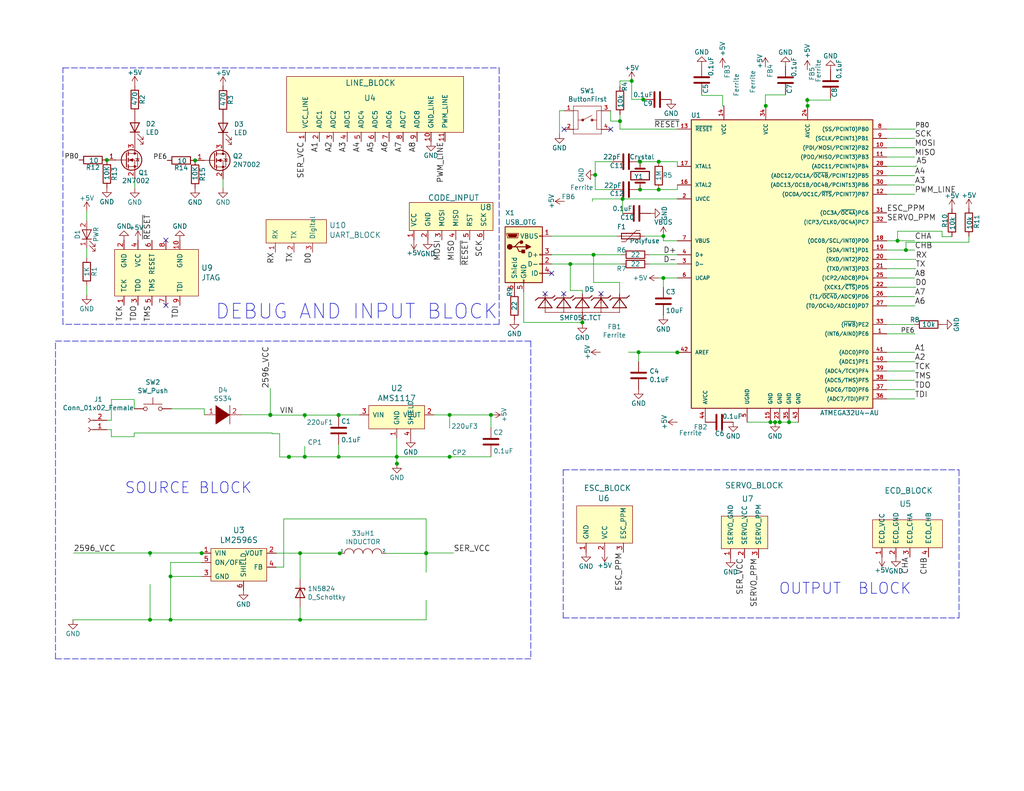
<source format=kicad_sch>
(kicad_sch (version 20211123) (generator eeschema)
  (paper "A")
  (title_block (title "Leonardo 324U") (date "2018-08-10") (rev "0.0") (company "www.MakersBox.us") (comment 1 "648.ken@gmail.com"))
  (junction (at 29.1592 43.688))
  (junction (at 55.0164 151.0284))
  (junction (at 92.4052 113.3348))
  (junction (at 83.1596 113.3348))
  (junction (at 73.7616 113.2332))
  (junction (at 172.3644 22.098))
  (junction (at 181.0004 64.4652))
  (junction (at 181.0004 75.8952))
  (junction (at 92.4052 113.284))
  (junction (at 175.514 27.178))
  (junction (at 53.2384 43.7896))
  (junction (at 169.164 33.0708))
  (junction (at 92.71 151.0792))
  (junction (at 116.2812 151.0792))
  (junction (at 83.1596 124.714))
  (junction (at 215.2904 115.2652))
  (junction (at 92.4052 124.714))
  (junction (at 81.8896 151.0284))
  (junction (at 212.7504 115.2652))
  (junction (at 247.1928 68.2752))
  (junction (at 210.2104 115.2652))
  (junction (at 174.6504 44.1452))
  (junction (at 108.3056 126.5936))
  (junction (at 161.9504 69.5452))
  (junction (at 116.2812 150.9776))
  (junction (at 179.7304 51.7652))
  (junction (at 78.8416 124.7648))
  (junction (at 133.9596 113.284))
  (junction (at 155.6004 72.0852))
  (junction (at 162.4076 47.752))
  (junction (at 179.7304 44.1452))
  (junction (at 108.2548 124.714))
  (junction (at 169.8752 54.3052))
  (junction (at 158.9024 88.0364))
  (junction (at 40.9448 169.2148))
  (junction (at 46.5328 157.3784))
  (junction (at 73.7616 113.3348))
  (junction (at 78.8416 124.714))
  (junction (at 174.6504 51.7652))
  (junction (at 184.8104 96.2152))
  (junction (at 174.244 96.1644))
  (junction (at 244.9068 65.7352))
  (junction (at 122.682 113.284))
  (junction (at 122.682 124.714))
  (junction (at 220.2688 27.3304))
  (junction (at 208.9404 28.9052))
  (junction (at 40.9448 150.9776))
  (junction (at 220.3704 28.9052))
  (junction (at 46.5328 169.2148))
  (junction (at 81.8896 169.2148))
  (junction (at 211.4804 115.2652))
  (no_connect (at 166.624 35.306))
  (no_connect (at 163.9824 80.2132))
  (no_connect (at 148.7424 80.2132))
  (no_connect (at 45.2628 65.5828))
  (no_connect (at 153.8224 80.2132))
  (no_connect (at 45.2628 83.3628))
  (no_connect (at 153.924 35.306))
  (no_connect (at 150.5204 74.6252))
  (wire (pts (xy 122.682 113.284) (xy 133.9596 113.284)))
  (wire (pts (xy 162.4076 47.752) (xy 162.4076 51.7652)))
  (wire (pts (xy 174.244 98.7044) (xy 174.244 96.1644)))
  (wire (pts (xy 179.7304 51.7652) (xy 184.8104 51.7652)))
  (wire (pts (xy 264.3632 64.516) (xy 264.3632 66.1416)))
  (wire (pts (xy 74.2188 118.2116) (xy 74.2188 118.4148)))
  (wire (pts (xy 40.9448 151.9428) (xy 40.9448 150.9776)))
  (wire (pts (xy 158.9024 88.0364) (xy 158.9024 88.3412)))
  (wire (pts (xy 73.7616 113.3348) (xy 83.1596 113.3348)))
  (wire (pts (xy 92.71 151.0284) (xy 92.71 151.0792)))
  (wire (pts (xy 181.0004 64.4652) (xy 175.9204 64.4652)))
  (wire (pts (xy 83.1596 124.714) (xy 78.8416 124.714)))
  (wire (pts (xy 155.6004 79.2988) (xy 158.9024 79.2988)))
  (wire (pts (xy 181.0004 75.8952) (xy 181.0004 78.4352)))
  (wire (pts (xy 23.6728 67.818) (xy 23.6728 70.358)))
  (wire (pts (xy 76.3016 124.7648) (xy 78.8416 124.7648)))
  (wire (pts (xy 241.9604 78.4352) (xy 249.7328 78.4352)))
  (wire (pts (xy 153.924 30.226) (xy 152.654 30.226)))
  (wire (pts (xy 36.6268 118.2116) (xy 36.6268 119.2276)))
  (wire (pts (xy 161.6456 54.3052) (xy 161.6456 54.9656)))
  (wire (pts (xy 241.9604 35.2552) (xy 249.682 35.2552)))
  (wire (pts (xy 152.654 30.226) (xy 152.654 36.576)))
  (wire (pts (xy 23.6728 77.978) (xy 23.6728 80.518)))
  (wire (pts (xy 241.9604 88.5952) (xy 249.5804 88.5952)))
  (wire (pts (xy 171.45 96.1644) (xy 174.244 96.1644)))
  (wire (pts (xy 98.0948 113.284) (xy 92.4052 113.284)))
  (wire (pts (xy 162.4076 51.7652) (xy 167.0304 51.7652)))
  (wire (pts (xy 108.2548 124.714) (xy 108.2548 126.5936)))
  (wire (pts (xy 244.9068 63.1444) (xy 244.9068 65.7352)))
  (wire (pts (xy 30.3784 117.2972) (xy 30.3784 119.2276)))
  (wire (pts (xy 241.9604 37.7952) (xy 249.5804 37.7952)))
  (wire (pts (xy 40.9448 169.2148) (xy 19.9136 169.2148)))
  (wire (pts (xy 226.6188 27.3304) (xy 226.6188 26.7208)))
  (polyline (pts (xy 144.8308 93.1164) (xy 144.8308 179.8828)))
  (wire (pts (xy 179.7304 75.8952) (xy 181.0004 75.8952)))
  (wire (pts (xy 211.4804 115.2652) (xy 212.7504 115.2652)))
  (wire (pts (xy 116.2812 169.2148) (xy 81.8896 169.2148)))
  (wire (pts (xy 74.2188 118.4148) (xy 76.3016 118.4148)))
  (wire (pts (xy 142.9004 79.7052) (xy 142.9004 88.0364)))
  (wire (pts (xy 244.9068 65.7352) (xy 249.5804 65.7352)))
  (wire (pts (xy 241.9604 96.2152) (xy 249.5804 96.2152)))
  (wire (pts (xy 76.3016 118.4148) (xy 76.3016 124.7648)))
  (polyline (pts (xy 144.8308 179.8828) (xy 15.1384 179.8828)))
  (wire (pts (xy 108.2548 124.714) (xy 122.682 124.714)))
  (wire (pts (xy 40.9448 159.5628) (xy 40.9448 169.2148)))
  (wire (pts (xy 220.2688 27.3304) (xy 226.6188 27.3304)))
  (wire (pts (xy 197.1548 26.0604) (xy 197.1548 28.9052)))
  (wire (pts (xy 105.41 151.0792) (xy 116.2812 151.0792)))
  (wire (pts (xy 162.4076 44.1452) (xy 162.4076 47.752)))
  (wire (pts (xy 174.244 96.1644) (xy 184.8104 96.1644)))
  (wire (pts (xy 259.7404 64.6176) (xy 257.048 64.6176)))
  (wire (pts (xy 77.4192 154.8384) (xy 77.4192 141.6812)))
  (wire (pts (xy 55.0164 153.5684) (xy 46.5328 153.5684)))
  (polyline (pts (xy 261.6708 128.27) (xy 261.6708 168.7068)))
  (wire (pts (xy 55.0164 150.9776) (xy 55.0164 151.0284)))
  (wire (pts (xy 249.7836 73.3552) (xy 249.7836 73.3044)))
  (wire (pts (xy 155.6004 72.0852) (xy 169.5704 72.0852)))
  (wire (pts (xy 116.2812 163.8808) (xy 116.2812 169.2148)))
  (wire (pts (xy 169.8752 54.3052) (xy 161.6456 54.3052)))
  (wire (pts (xy 249.5804 91.1352) (xy 249.5804 91.2368)))
  (wire (pts (xy 46.5328 169.2148) (xy 81.8896 169.2148)))
  (wire (pts (xy 46.5328 157.3784) (xy 46.5328 169.2148)))
  (wire (pts (xy 116.2812 141.6812) (xy 116.2812 150.9776)))
  (wire (pts (xy 83.1596 121.8692) (xy 83.1596 124.714)))
  (wire (pts (xy 174.6504 51.7652) (xy 179.7304 51.7652)))
  (wire (pts (xy 30.3784 119.2276) (xy 36.6268 119.2276)))
  (wire (pts (xy 241.9604 50.4952) (xy 249.5804 50.4952)))
  (wire (pts (xy 241.9604 70.8152) (xy 249.8344 70.8152)))
  (wire (pts (xy 36.6268 109.0676) (xy 36.6268 111.6076)))
  (wire (pts (xy 83.1596 124.714) (xy 92.4052 124.714)))
  (wire (pts (xy 158.9024 79.2988) (xy 158.9024 80.2132)))
  (wire (pts (xy 169.164 35.2552) (xy 184.8104 35.2552)))
  (wire (pts (xy 122.682 113.284) (xy 122.682 116.8908)))
  (wire (pts (xy 166.624 30.226) (xy 166.624 33.0708)))
  (wire (pts (xy 241.9604 80.9752) (xy 249.5804 80.9752)))
  (wire (pts (xy 241.9604 108.9152) (xy 249.5804 108.9152)))
  (wire (pts (xy 133.9596 124.714) (xy 122.682 124.714)))
  (polyline (pts (xy 153.67 128.27) (xy 261.6708 128.27)))
  (wire (pts (xy 241.9604 42.8752) (xy 249.5804 42.8752)))
  (polyline (pts (xy 17.1704 88.5444) (xy 17.1704 18.542)))
  (wire (pts (xy 257.048 64.6176) (xy 257.048 63.1444)))
  (wire (pts (xy 116.2812 151.0792) (xy 116.2812 156.2608)))
  (polyline (pts (xy 136.1948 88.5444) (xy 17.1704 88.5444)))
  (wire (pts (xy 46.5328 153.5684) (xy 46.5328 157.3784)))
  (wire (pts (xy 241.9604 47.9552) (xy 249.5804 47.9552)))
  (wire (pts (xy 169.8752 58.2676) (xy 169.8752 54.3052)))
  (wire (pts (xy 181.0004 65.7352) (xy 181.0004 64.4652)))
  (wire (pts (xy 55.0164 157.3784) (xy 46.5328 157.3784)))
  (wire (pts (xy 36.7792 51.4096) (xy 36.7792 48.768)))
  (wire (pts (xy 175.514 27.1272) (xy 175.514 27.178)))
  (wire (pts (xy 73.7616 106.0196) (xy 73.7616 113.2332)))
  (wire (pts (xy 172.3644 22.098) (xy 172.3644 27.1272)))
  (wire (pts (xy 212.7504 115.2652) (xy 215.2904 115.2652)))
  (wire (pts (xy 161.9504 77.1144) (xy 161.9504 69.5452)))
  (wire (pts (xy 133.9596 113.284) (xy 133.9596 116.7892)))
  (wire (pts (xy 92.4052 113.284) (xy 92.4052 113.3348)))
  (wire (pts (xy 108.2548 126.5936) (xy 108.3056 126.5936)))
  (wire (pts (xy 241.9604 98.7552) (xy 249.5804 98.7552)))
  (wire (pts (xy 241.9604 68.2752) (xy 247.1928 68.2752)))
  (wire (pts (xy 241.9604 73.3552) (xy 249.7836 73.3552)))
  (wire (pts (xy 92.4052 124.714) (xy 92.4052 121.3612)))
  (wire (pts (xy 215.2904 115.2652) (xy 217.8304 115.2652)))
  (wire (pts (xy 116.2812 150.9776) (xy 116.2812 151.0792)))
  (wire (pts (xy 203.8604 115.2652) (xy 210.2104 115.2652)))
  (wire (pts (xy 174.6504 44.1452) (xy 179.7304 44.1452)))
  (wire (pts (xy 133.9596 124.4092) (xy 133.9596 124.714)))
  (wire (pts (xy 30.3784 117.2972) (xy 29.1592 117.2972)))
  (wire (pts (xy 81.8896 151.0284) (xy 92.71 151.0284)))
  (wire (pts (xy 78.8416 124.7648) (xy 78.8416 124.714)))
  (wire (pts (xy 77.4192 141.6812) (xy 116.2812 141.6812)))
  (wire (pts (xy 184.8104 54.3052) (xy 169.8752 54.3052)))
  (wire (pts (xy 150.5204 64.4652) (xy 168.3004 64.4652)))
  (wire (pts (xy 46.5328 169.2148) (xy 40.9448 169.2148)))
  (polyline (pts (xy 153.67 168.7068) (xy 261.6708 168.7068)))
  (wire (pts (xy 197.1548 26.0604) (xy 191.4652 26.0604)))
  (wire (pts (xy 46.7868 111.6076) (xy 55.7276 111.6076)))
  (wire (pts (xy 60.8584 48.8696) (xy 60.8584 51.4096)))
  (wire (pts (xy 81.8896 169.2148) (xy 81.8896 165.7096)))
  (wire (pts (xy 184.8104 51.7652) (xy 184.8104 50.4952)))
  (wire (pts (xy 23.6728 57.658) (xy 23.6728 60.198)))
  (wire (pts (xy 241.9604 91.1352) (xy 249.5804 91.1352)))
  (wire (pts (xy 40.9448 150.9776) (xy 55.0164 150.9776)))
  (wire (pts (xy 249.7328 78.4352) (xy 249.7328 78.3336)))
  (wire (pts (xy 184.8104 96.1644) (xy 184.8104 96.2152)))
  (wire (pts (xy 179.7304 44.1452) (xy 184.8104 44.1452)))
  (wire (pts (xy 166.624 33.0708) (xy 169.164 33.0708)))
  (wire (pts (xy 197.1548 28.9052) (xy 197.5104 28.9052)))
  (wire (pts (xy 150.5204 72.0852) (xy 155.6004 72.0852)))
  (wire (pts (xy 118.4148 113.284) (xy 122.682 113.284)))
  (wire (pts (xy 36.6268 118.2116) (xy 74.2188 118.2116)))
  (wire (pts (xy 65.8876 113.2332) (xy 73.7616 113.2332)))
  (wire (pts (xy 184.8104 44.1452) (xy 184.8104 45.4152)))
  (wire (pts (xy 92.4052 113.3348) (xy 92.4052 113.7412)))
  (wire (pts (xy 241.9604 75.8952) (xy 249.5804 75.8952)))
  (wire (pts (xy 30.3784 109.0676) (xy 36.6268 109.0676)))
  (wire (pts (xy 142.9004 88.0364) (xy 158.9024 88.0364)))
  (polyline (pts (xy 17.1704 18.542) (xy 136.1948 18.542)))
  (polyline (pts (xy 15.1384 93.1164) (xy 144.8308 93.1164)))
  (wire (pts (xy 249.8344 70.8152) (xy 249.8344 70.866)))
  (wire (pts (xy 247.1928 66.1416) (xy 247.1928 68.2752)))
  (wire (pts (xy 208.8388 25.908) (xy 214.3252 25.908)))
  (wire (pts (xy 241.9604 103.8352) (xy 249.5804 103.8352)))
  (wire (pts (xy 241.9604 101.2952) (xy 249.5804 101.2952)))
  (wire (pts (xy 123.7488 150.9776) (xy 116.2812 150.9776)))
  (wire (pts (xy 75.3364 151.0284) (xy 81.8896 151.0284)))
  (wire (pts (xy 169.164 31.242) (xy 169.164 33.0708)))
  (wire (pts (xy 108.2548 119.634) (xy 108.2548 124.714)))
  (wire (pts (xy 155.6004 79.2988) (xy 155.6004 72.0852)))
  (wire (pts (xy 210.2104 115.2652) (xy 211.4804 115.2652)))
  (wire (pts (xy 249.9868 45.4152) (xy 249.9868 45.1104)))
  (wire (pts (xy 264.3632 66.1416) (xy 247.1928 66.1416)))
  (wire (pts (xy 249.682 35.2552) (xy 249.682 35.2044)))
  (wire (pts (xy 220.2688 26.67) (xy 220.2688 27.3304)))
  (polyline (pts (xy 15.1384 179.8828) (xy 15.1384 93.1164)))
  (wire (pts (xy 55.7276 111.6076) (xy 55.7276 113.2332)))
  (wire (pts (xy 169.0624 77.1144) (xy 169.0624 80.2132)))
  (wire (pts (xy 249.5804 83.5152) (xy 249.5804 83.4644)))
  (wire (pts (xy 150.5204 69.5452) (xy 161.9504 69.5452)))
  (wire (pts (xy 208.8388 28.9052) (xy 208.9404 28.9052)))
  (wire (pts (xy 241.9604 83.5152) (xy 249.5804 83.5152)))
  (wire (pts (xy 167.0304 44.1452) (xy 162.4076 44.1452)))
  (wire (pts (xy 172.3644 22.098) (xy 169.164 22.098)))
  (wire (pts (xy 30.3784 109.0676) (xy 30.3784 114.7572)))
  (wire (pts (xy 191.4652 26.0604) (xy 191.4652 25.654)))
  (wire (pts (xy 181.0004 75.8952) (xy 184.8104 75.8952)))
  (wire (pts (xy 161.9504 77.1144) (xy 169.0624 77.1144)))
  (wire (pts (xy 73.7616 113.2332) (xy 73.7616 113.3348)))
  (wire (pts (xy 83.1596 113.3348) (xy 83.1596 114.2492)))
  (polyline (pts (xy 136.1948 18.542) (xy 136.1948 88.5444)))
  (wire (pts (xy 122.682 124.714) (xy 122.682 124.5108)))
  (wire (pts (xy 169.164 22.098) (xy 169.164 23.622)))
  (wire (pts (xy 75.3364 154.8384) (xy 77.4192 154.8384)))
  (wire (pts (xy 184.8104 72.0852) (xy 177.1904 72.0852)))
  (wire (pts (xy 184.8104 69.5452) (xy 177.1904 69.5452)))
  (wire (pts (xy 247.1928 68.2752) (xy 249.5804 68.2752)))
  (wire (pts (xy 241.9604 53.0352) (xy 249.5804 53.0352)))
  (wire (pts (xy 241.9604 65.7352) (xy 244.9068 65.7352)))
  (wire (pts (xy 172.3644 27.1272) (xy 175.514 27.1272)))
  (wire (pts (xy 181.0004 65.7352) (xy 184.8104 65.7352)))
  (polyline (pts (xy 153.67 128.27) (xy 153.67 168.7068)))
  (wire (pts (xy 214.3252 25.908) (xy 214.3252 25.7048)))
  (wire (pts (xy 241.9604 40.3352) (xy 249.5804 40.3352)))
  (wire (pts (xy 257.048 63.1444) (xy 244.9068 63.1444)))
  (wire (pts (xy 20.066 150.9776) (xy 40.9448 150.9776)))
  (wire (pts (xy 241.9604 45.4152) (xy 249.9868 45.4152)))
  (wire (pts (xy 30.3784 114.7572) (xy 29.1592 114.7572)))
  (wire (pts (xy 169.164 33.0708) (xy 169.164 35.2552)))
  (wire (pts (xy 158.9024 87.8332) (xy 158.9024 88.0364)))
  (wire (pts (xy 241.9604 106.3752) (xy 249.5804 106.3752)))
  (wire (pts (xy 208.8388 25.908) (xy 208.8388 28.9052)))
  (wire (pts (xy 92.4052 124.714) (xy 108.2548 124.714)))
  (wire (pts (xy 220.2688 28.9052) (xy 220.3704 28.9052)))
  (wire (pts (xy 83.1596 113.3348) (xy 92.4052 113.3348)))
  (wire (pts (xy 81.8896 151.0284) (xy 81.8896 158.0896)))
  (wire (pts (xy 220.2688 27.3304) (xy 220.2688 28.9052)))
  (wire (pts (xy 161.9504 69.5452) (xy 169.5704 69.5452)))
  (text "OUTPUT  BLOCK\n" (at 212.4456 162.6108 0) (effects (font (size 2.9972 2.9972)) (justify left bottom)))
  (text "SOURCE BLOCK\n" (at 33.9852 135.128 0) (effects (font (size 2.9972 2.9972)) (justify left bottom)))
  (text "DEBUG AND INPUT BLOCK\n\n" (at 58.674 93.98 0) (effects (font (size 3.9878 3.9878)) (justify left bottom)))
  (label "CHA" (at 249.5804 65.7352 0) (effects (font (size 1.524 1.524))))
  (label "D0" (at 85.2932 68.8848 270) (effects (font (size 1.4986 1.4986))))
  (label "PE6" (at 45.6184 43.7896 180))
  (label "TDI" (at 49.0728 83.3628 270) (effects (font (size 1.4986 1.4986))))
  (label "SERVO_PPM" (at 241.9604 60.6552 0) (effects (font (size 1.524 1.524))))
  (label "A7" (at 109.982 38.6588 270) (effects (font (size 1.524 1.524))))
  (label "MOSI" (at 249.5804 40.3352 0) (effects (font (size 1.524 1.524))))
  (label "TCK" (at 33.8328 83.3628 270) (effects (font (size 1.4986 1.4986))))
  (label "ESC_PPM" (at 241.9604 58.1152 0) (effects (font (size 1.524 1.524))))
  (label "PWM_LINE" (at 121.412 38.6588 270) (effects (font (size 1.524 1.524))))
  (label "A8" (at 113.792 38.6588 270) (effects (font (size 1.524 1.524))))
  (label "SER_VCC" (at 83.312 38.6588 270) (effects (font (size 1.524 1.524))))
  (label "A5" (at 249.9868 45.1104 0) (effects (font (size 1.524 1.524))))
  (label "A3" (at 94.742 38.6588 270) (effects (font (size 1.524 1.524))))
  (label "D0" (at 249.7328 78.3336 0) (effects (font (size 1.4986 1.4986))))
  (label "PB0" (at 249.682 35.2044 0))
  (label "~{RESET}" (at 128.1684 65.4812 270) (effects (font (size 1.524 1.524))))
  (label "A5" (at 102.362 38.6588 270) (effects (font (size 1.524 1.524))))
  (label "SER_VCC" (at 203.1492 152.3492 270) (effects (font (size 1.524 1.524))))
  (label "TMS" (at 41.4528 83.3628 270) (effects (font (size 1.4986 1.4986))))
  (label "A1" (at 87.122 38.6588 270) (effects (font (size 1.524 1.524))))
  (label "D-" (at 181.0004 72.0852 0) (effects (font (size 1.524 1.524))))
  (label "RX" (at 75.1332 68.8848 270) (effects (font (size 1.4986 1.4986))))
  (label "TX" (at 80.2132 68.8848 270) (effects (font (size 1.4986 1.4986))))
  (label "CHB" (at 253.3396 152.0952 270) (effects (font (size 1.524 1.524))))
  (label "A3" (at 249.5804 50.4952 0) (effects (font (size 1.524 1.524))))
  (label "A7" (at 249.5804 80.9752 0) (effects (font (size 1.524 1.524))))
  (label "TMS" (at 249.5804 103.8352 0) (effects (font (size 1.4986 1.4986))))
  (label "CHB" (at 249.5804 68.2752 0) (effects (font (size 1.524 1.524))))
  (label "PB0" (at 21.5392 43.688 180))
  (label "SCK" (at 131.9784 65.4812 270) (effects (font (size 1.524 1.524))))
  (label "A4" (at 249.5804 47.9552 0) (effects (font (size 1.524 1.524))))
  (label "2596_VCC" (at 73.7616 106.0196 90) (effects (font (size 1.524 1.524))))
  (label "2596_VCC" (at 20.066 150.9776 0) (effects (font (size 1.524 1.524))))
  (label "SER_VCC" (at 123.7488 150.9776 0) (effects (font (size 1.524 1.524))))
  (label "MISO" (at 249.5804 42.8752 0) (effects (font (size 1.524 1.524))))
  (label "A2" (at 249.5804 98.7552 0) (effects (font (size 1.524 1.524))))
  (label "CHA" (at 248.2596 152.0952 270) (effects (font (size 1.524 1.524))))
  (label "~{RESET}" (at 41.4528 65.5828 90) (effects (font (size 1.524 1.524))))
  (label "A8" (at 249.5804 75.8952 0) (effects (font (size 1.524 1.524))))
  (label "MISO" (at 124.3584 65.4812 270) (effects (font (size 1.524 1.524))))
  (label "VIN" (at 76.3016 113.3348 0) (effects (font (size 1.524 1.524))))
  (label "D+" (at 181.0004 69.5452 0) (effects (font (size 1.524 1.524))))
  (label "A6" (at 249.5804 83.4644 0) (effects (font (size 1.524 1.524))))
  (label "PWM_LINE" (at 249.5804 53.0352 0) (effects (font (size 1.524 1.524))))
  (label "ESC_PPM" (at 170.0784 150.8252 270) (effects (font (size 1.524 1.524))))
  (label "PE6" (at 249.5804 91.2368 180))
  (label "A4" (at 98.552 38.6588 270) (effects (font (size 1.524 1.524))))
  (label "SERVO_PPM" (at 206.9592 152.3492 270) (effects (font (size 1.524 1.524))))
  (label "MOSI" (at 120.5484 65.4812 270) (effects (font (size 1.524 1.524))))
  (label "A6" (at 106.172 38.6588 270) (effects (font (size 1.524 1.524) italic)))
  (label "RX" (at 249.8344 70.866 0) (effects (font (size 1.4986 1.4986))))
  (label "A1" (at 249.5804 96.2152 0) (effects (font (size 1.524 1.524))))
  (label "A2" (at 90.932 38.6588 270) (effects (font (size 1.524 1.524))))
  (label "TCK" (at 249.5804 101.2952 0) (effects (font (size 1.4986 1.4986))))
  (label "TX" (at 249.7836 73.3044 0) (effects (font (size 1.4986 1.4986))))
  (label "SCK" (at 249.5804 37.7952 0) (effects (font (size 1.524 1.524))))
  (label "~{RESET}" (at 178.4604 35.2552 0) (effects (font (size 1.524 1.524))))
  (label "TDI" (at 249.5804 108.9152 0) (effects (font (size 1.4986 1.4986))))
  (label "TDO" (at 37.6428 83.3628 270) (effects (font (size 1.4986 1.4986))))
  (label "TDO" (at 249.5804 106.3752 0) (effects (font (size 1.4986 1.4986))))
  (symbol (lib_id "project-rescue:ATMEGA32U4-AU-project") (at 214.0204 74.6252 0) (unit 1)
    (property "Reference" "U1" (at 189.8904 31.4452 0))
    (property "Value" "ATMEGA32U4-AU" (at 231.8004 112.7252 0))
    (property "Footprint" "footprints:TQFP-44_10x10mm_Pitch0.8mm" (effects hide))
  )
  (symbol (lib_id "project-rescue:GND-project") (at 211.4804 115.2652 0) (unit 1)
    (property "Reference" "#PWR05" (effects hide))
    (property "Value" "GND" (at 211.4804 119.0752 0))
  )
  (symbol (lib_id "project-rescue:C-project") (at 181.0004 82.2452 0) (unit 1)
    (property "Reference" "C3" (at 181.6354 79.7052 0) (effects (justify left)))
    (property "Value" "10uF" (at 181.6354 84.7852 0) (effects (justify left)))
    (property "Footprint" "Capacitor_SMD:C_0805_2012Metric" (effects hide))
  )
  (symbol (lib_id "project-rescue:GND-project") (at 181.0004 86.0552 0) (unit 1)
    (property "Reference" "#PWR06" (effects hide))
    (property "Value" "GND" (at 181.0004 89.8652 0))
  )
  (symbol (lib_id "project-rescue:GND-project") (at 162.4076 47.752 270) (unit 1)
    (property "Reference" "#PWR07" (effects hide))
    (property "Value" "GND" (at 158.5976 47.752 0))
  )
  (symbol (lib_id "project-rescue:VBUS-project") (at 181.0004 64.4652 0) (unit 1)
    (property "Reference" "#PWR08" (effects hide))
    (property "Value" "VBUS" (at 181.0004 60.6552 0))
  )
  (symbol (lib_id "project-rescue:USB_OTG-project") (at 142.9004 69.5452 0) (unit 1)
    (property "Reference" "X1" (at 137.8204 58.1152 0) (effects (justify left)))
    (property "Value" "USB_OTG" (at 137.8204 60.6552 0) (effects (justify left)))
    (property "Footprint" "footprints:USB_Micro-B_Molex-105017-0001" (effects hide))
  )
  (symbol (lib_id "project-rescue:R-project") (at 173.3804 69.5452 270) (unit 1)
    (property "Reference" "R6" (at 169.5704 68.2752 90))
    (property "Value" "22" (at 173.3804 69.5452 90))
    (property "Footprint" "Resistor_SMD:R_0805_2012Metric" (effects hide))
  )
  (symbol (lib_id "project-rescue:R-project") (at 173.3804 72.0852 270) (unit 1)
    (property "Reference" "R7" (at 169.5704 73.3552 90))
    (property "Value" "22" (at 173.3804 72.0852 90))
    (property "Footprint" "Resistor_SMD:R_0805_2012Metric" (effects hide))
  )
  (symbol (lib_id "project-rescue:GND-project") (at 140.3604 87.3252 0) (unit 1)
    (property "Reference" "#PWR09" (effects hide))
    (property "Value" "GND" (at 140.3604 91.1352 0))
  )
  (symbol (lib_id "project-rescue:GND-project") (at 152.654 36.576 0) (unit 1)
    (property "Reference" "#PWR011" (effects hide))
    (property "Value" "GND" (at 152.654 40.386 0))
  )
  (symbol (lib_id "project-rescue:Polyfuse-project") (at 172.1104 64.4652 270) (unit 1)
    (property "Reference" "F1" (at 169.5704 61.9252 90))
    (property "Value" "Polyfuse" (at 175.9204 65.7352 90))
    (property "Footprint" "footprints:FerriteBead" (effects hide))
  )
  (symbol (lib_id "project-rescue:C-project") (at 92.4052 117.5512 0) (unit 1)
    (property "Reference" "C1" (at 93.0402 115.0112 0) (effects (justify left)))
    (property "Value" "0.1uF" (at 93.0402 120.0912 0) (effects (justify left)))
    (property "Footprint" "Capacitor_SMD:C_0805_2012Metric" (effects hide))
  )
  (symbol (lib_id "project-rescue:C-project") (at 133.9596 120.5992 0) (unit 1)
    (property "Reference" "C2" (at 134.5946 118.0592 0) (effects (justify left)))
    (property "Value" "0.1uF" (at 134.5946 123.1392 0) (effects (justify left)))
    (property "Footprint" "Capacitor_SMD:C_0805_2012Metric" (effects hide))
  )
  (symbol (lib_id "project-rescue:GND-project") (at 108.3056 126.5936 0) (unit 1)
    (property "Reference" "#PWR015" (effects hide))
    (property "Value" "GND" (at 108.3056 130.4036 0))
  )
  (symbol (lib_id "project-rescue:+5V-project") (at 133.9596 113.284 270) (unit 1)
    (property "Reference" "#PWR018" (effects hide))
    (property "Value" "+5V" (at 137.5156 113.284 0))
  )
  (symbol (lib_id "project-rescue:+5V-project") (at 179.7304 75.8952 90) (unit 1)
    (property "Reference" "#PWR030" (effects hide))
    (property "Value" "+5V" (at 174.6504 75.8952 90))
  )
  (symbol (lib_id "project-rescue:LED-project") (at 23.6728 64.008 90) (unit 1)
    (property "Reference" "D1" (at 21.1328 64.008 0))
    (property "Value" "PWR" (at 26.2128 64.008 0))
    (property "Footprint" "LED_SMD:LED_0805_2012Metric" (effects hide))
  )
  (symbol (lib_id "project-rescue:R-project") (at 23.6728 74.168 0) (unit 1)
    (property "Reference" "R1" (at 25.7048 74.168 90))
    (property "Value" "1K" (at 23.6728 74.168 90))
    (property "Footprint" "Resistor_SMD:R_0805_2012Metric" (effects hide))
  )
  (symbol (lib_id "project-rescue:GND-project") (at 23.6728 80.518 0) (unit 1)
    (property "Reference" "#PWR038" (effects hide))
    (property "Value" "GND" (at 23.6728 84.328 0))
  )
  (symbol (lib_id "project-rescue:+5V-project") (at 23.6728 57.658 0) (unit 1)
    (property "Reference" "#PWR039" (effects hide))
    (property "Value" "+5V" (at 23.6728 54.102 0))
  )
  (symbol (lib_id "project-rescue:R-project") (at 179.7304 47.9552 180) (unit 1)
    (property "Reference" "R5" (at 182.118 47.8536 0))
    (property "Value" "1M" (at 179.7304 47.9552 90))
    (property "Footprint" "Resistor_SMD:R_0805_2012Metric" (effects hide))
  )
  (symbol (lib_id "project-rescue:GND-project") (at 19.9136 169.2148 0) (unit 1)
    (property "Reference" "#PWR0105" (effects hide))
    (property "Value" "GND" (at 19.9136 173.0248 0))
  )
  (symbol (lib_id "project-rescue:GND-project") (at 199.3392 152.3492 0) (unit 1)
    (property "Reference" "#PWR0106" (effects hide))
    (property "Value" "GND" (at 199.3392 156.1592 0))
  )
  (symbol (lib_id "project-rescue:GND-project") (at 117.602 38.6588 0) (unit 1)
    (property "Reference" "#PWR0131" (effects hide))
    (property "Value" "GND" (at 117.602 42.4688 0))
  )
  (symbol (lib_id "Device:LED") (at 36.7792 34.798 90) (unit 1)
    (property "Reference" "D2" (at 39.751 33.8074 90) (effects (justify right)))
    (property "Value" "LED" (at 39.751 36.1188 90) (effects (justify right)))
    (property "Footprint" "LED_SMD:LED_0805_2012Metric" (effects hide))
  )
  (symbol (lib_id "project-rescue:LINE_BLOCK-project") (at 101.092 32.3088 0) (unit 1)
    (property "Reference" "U4" (at 100.9396 26.7716 0) (effects (font (size 1.524 1.524))))
    (property "Value" "LINE_BLOCK" (at 101.092 22.6314 0) (effects (font (size 1.524 1.524))))
    (property "Footprint" "Connector_PinHeader_2.54mm:PinHeader_1x11_P2.54mm_Horizontal" (effects hide))
  )
  (symbol (lib_id "project-rescue:ECD_BLOCK-project") (at 248.2596 145.7452 0) (unit 1)
    (property "Reference" "U5" (at 245.364 137.5664 0) (effects (font (size 1.524 1.524)) (justify left)))
    (property "Value" "ECD_BLOCK" (at 241.3 133.9596 0) (effects (font (size 1.524 1.524)) (justify left)))
    (property "Footprint" "TerminalBlock:TerminalBlock_bornier-4_P5.08mm" (effects hide))
  )
  (symbol (lib_id "Device:Ferrite_Bead") (at 167.64 96.1644 270) (unit 1)
    (property "Reference" "FB1" (at 167.64 89.2048 90))
    (property "Value" "Ferrite" (at 167.64 91.5162 90))
    (property "Footprint" "footprints:FerriteBead" (effects hide))
  )
  (symbol (lib_id "Device:C") (at 174.244 102.5144 0) (unit 1)
    (property "Reference" "C4" (at 177.165 101.346 0) (effects (justify left)))
    (property "Value" "0.1uF" (at 177.165 103.6574 0) (effects (justify left)))
    (property "Footprint" "Capacitor_SMD:C_0805_2012Metric" (effects hide))
  )
  (symbol (lib_id "project-rescue:R-project") (at 36.7792 27.178 0) (unit 1)
    (property "Reference" "R2" (at 38.8112 27.178 90))
    (property "Value" "470" (at 36.7792 26.924 90))
    (property "Footprint" "Resistor_SMD:R_0805_2012Metric" (effects hide))
  )
  (symbol (lib_id "project-rescue:R-project") (at 60.8584 27.2796 0) (unit 1)
    (property "Reference" "R3" (at 62.8904 27.2796 90))
    (property "Value" "470" (at 60.9092 27.0764 90))
    (property "Footprint" "Resistor_SMD:R_0805_2012Metric" (effects hide))
  )
  (symbol (lib_id "project-rescue:GND-project") (at 36.7792 51.4096 0) (unit 1)
    (property "Reference" "#PWR0111" (effects hide))
    (property "Value" "GND" (at 36.7792 55.2196 0))
  )
  (symbol (lib_id "project-rescue:LM2596S-project") (at 65.1764 153.5684 0) (unit 1)
    (property "Reference" "U3" (at 65.1764 144.7546 0) (effects (font (size 1.524 1.524))))
    (property "Value" "LM2596S" (at 65.1764 147.447 0) (effects (font (size 1.524 1.524))))
    (property "Footprint" "footprints:LM2596S-5V" (effects hide))
  )
  (symbol (lib_id "project-rescue:GND-project") (at 53.2384 51.4096 0) (unit 1)
    (property "Reference" "#PWR0107" (effects hide))
    (property "Value" "GND" (at 53.2384 55.2196 0))
  )
  (symbol (lib_id "Device:CP1") (at 40.9448 155.7528 0) (unit 1)
    (property "Reference" "1000uF1" (at 41.2496 152.4508 0) (effects (justify left)))
    (property "Value" "CP3" (at 42.5196 155.956 0) (effects (justify left)))
    (property "Footprint" "Capacitor_SMD:CP_Elec_10x10.5" (effects hide))
  )
  (symbol (lib_id "project-rescue:SERVO_BLOCK-project") (at 203.1492 143.4592 0) (unit 1)
    (property "Reference" "U7" (at 202.3364 136.1948 0) (effects (font (size 1.524 1.524)) (justify left)))
    (property "Value" "SERVO_BLOCK" (at 197.7644 132.5372 0) (effects (font (size 1.524 1.524)) (justify left)))
    (property "Footprint" "TerminalBlock:TerminalBlock_bornier-3_P5.08mm" (effects hide))
  )
  (symbol (lib_id "project-rescue:ESC_BLOCK-project") (at 163.7284 143.2052 0) (unit 1)
    (property "Reference" "U6" (at 163.1188 136.0424 0) (effects (font (size 1.4986 1.4986)) (justify left)))
    (property "Value" "ESC_BLOCK" (at 159.258 133.2484 0) (effects (font (size 1.4986 1.4986)) (justify left)))
    (property "Footprint" "TerminalBlock:TerminalBlock_bornier-3_P5.08mm" (effects hide))
  )
  (symbol (lib_id "Device:CP1") (at 116.2812 160.0708 0) (unit 1)
    (property "Reference" "220uF2" (at 119.2022 158.9024 0) (effects (justify left)))
    (property "Value" "CP4" (at 119.2022 161.2138 0) (effects (justify left)))
    (property "Footprint" "Capacitor_SMD:C_Elec_6.3x7.7" (effects hide))
  )
  (symbol (lib_id "pspice:INDUCTOR") (at 99.06 151.0792 0) (unit 1)
    (property "Reference" "33uH1" (at 99.06 145.6182 0))
    (property "Value" "INDUCTOR" (at 99.06 147.9296 0))
    (property "Footprint" "Inductor_SMD:L_12x12mm_H8mm" (effects hide))
  )
  (symbol (lib_id "project-rescue:GND-project") (at 174.244 106.3244 0) (unit 1)
    (property "Reference" "#PWR0128" (effects hide))
    (property "Value" "GND" (at 174.244 110.1344 0))
  )
  (symbol (lib_id "Device:D_Zener") (at 81.8896 161.8996 270) (unit 1)
    (property "Reference" "1N5824" (at 83.8962 160.7312 90) (effects (justify left)))
    (property "Value" "D_Schottky" (at 83.8962 163.0426 90) (effects (justify left)))
    (property "Footprint" "footprints:SS34_SMC" (effects hide))
  )
  (symbol (lib_id "project-rescue:+5V-project") (at 154.0256 54.9656 90) (unit 1)
    (property "Reference" "#PWR0135" (effects hide))
    (property "Value" "+5V" (at 150.4696 54.9656 0))
  )
  (symbol (lib_id "Device:C") (at 173.6852 58.2676 270) (unit 1)
    (property "Reference" "C10" (at 171.1452 59.3344 90))
    (property "Value" "0.1uF" (at 169.8244 56.9468 90))
    (property "Footprint" "Capacitor_SMD:C_0805_2012Metric" (effects hide))
  )
  (symbol (lib_id "Device:Ferrite_Bead") (at 157.8356 54.9656 270) (unit 1)
    (property "Reference" "FB6" (at 155.0924 53.6956 90))
    (property "Value" "Ferrite" (at 158.75 51.2064 90))
    (property "Footprint" "footprints:FerriteBead" (effects hide))
  )
  (symbol (lib_id "project-rescue:GND-project") (at 177.4952 58.2676 90) (unit 1)
    (property "Reference" "#PWR0136" (effects hide))
    (property "Value" "GND" (at 181.3052 58.2676 0))
  )
  (symbol (lib_id "project-rescue:JTAG-project") (at 42.7228 75.7428 0) (unit 1)
    (property "Reference" "U9" (at 54.864 73.1266 0) (effects (font (size 1.4986 1.4986)) (justify left)))
    (property "Value" "JTAG" (at 54.864 75.7936 0) (effects (font (size 1.4986 1.4986)) (justify left)))
    (property "Footprint" "Connector_PinHeader_2.54mm:PinHeader_2x05_P2.54mm_Vertical_SMD" (effects hide))
  )
  (symbol (lib_id "project-rescue:+5V-project") (at 163.83 96.1644 90) (unit 1)
    (property "Reference" "#PWR0129" (effects hide))
    (property "Value" "+5V" (at 160.274 96.1644 0))
  )
  (symbol (lib_id "project-rescue:+5V-project") (at 172.3644 22.098 0) (unit 1)
    (property "Reference" "#PWR0130" (effects hide))
    (property "Value" "+5V" (at 172.3644 18.542 0))
  )
  (symbol (lib_id "project-rescue:AMS1117-project") (at 108.2548 113.284 0) (unit 1)
    (property "Reference" "U2" (at 108.2548 105.9942 0) (effects (font (size 1.524 1.524))))
    (property "Value" "AMS1117" (at 108.2548 108.6866 0) (effects (font (size 1.524 1.524))))
    (property "Footprint" "footprints:AMS1117" (effects hide))
  )
  (symbol (lib_id "project-rescue:GND-project") (at 33.8328 65.5828 180) (unit 1)
    (property "Reference" "#PWR0134" (effects hide))
    (property "Value" "GND" (at 33.8328 61.7728 0))
  )
  (symbol (lib_id "project-rescue:GND-project") (at 49.0728 65.5828 180) (unit 1)
    (property "Reference" "#PWR0133" (effects hide))
    (property "Value" "GND" (at 49.0728 61.7728 0))
  )
  (symbol (lib_id "project-rescue:UART_BLOCK-project") (at 81.4832 63.8048 0) (unit 1)
    (property "Reference" "U10" (at 89.8144 61.4934 0) (effects (font (size 1.4986 1.4986)) (justify left)))
    (property "Value" "UART_BLOCK" (at 89.8144 64.1604 0) (effects (font (size 1.4986 1.4986)) (justify left)))
    (property "Footprint" "Connector_PinHeader_2.54mm:PinHeader_1x03_P2.54mm_Vertical" (effects hide))
  )
  (symbol (lib_id "project-rescue:+5V-project") (at 37.6428 65.5828 0) (unit 1)
    (property "Reference" "#PWR0132" (effects hide))
    (property "Value" "+5V" (at 37.1348 62.1284 0))
  )
  (symbol (lib_id "Device:CP1") (at 83.1596 118.0592 0) (unit 1)
    (property "Reference" "220uF1" (at 83.6168 115.316 0) (effects (justify left)))
    (property "Value" "CP1" (at 83.9216 120.7516 0) (effects (justify left)))
    (property "Footprint" "Capacitor_SMD:C_Elec_6.3x7.7" (effects hide))
  )
  (symbol (lib_id "Device:CP1") (at 122.682 120.7008 0) (unit 1)
    (property "Reference" "220uF3" (at 123.1392 116.3828 0) (effects (justify left)))
    (property "Value" "CP2" (at 123.2916 123.5456 0) (effects (justify left)))
    (property "Footprint" "Capacitor_SMD:C_Elec_6.3x7.7" (effects hide))
  )
  (symbol (lib_id "Connector:Conn_01x02_Female") (at 24.0792 117.2972 180) (unit 1)
    (property "Reference" "J1" (at 26.8224 109.0422 0))
    (property "Value" "Conn_01x02_Female" (at 26.8224 111.3536 0))
    (property "Footprint" "TerminalBlock:TerminalBlock_bornier-2_P5.08mm" (effects hide))
  )
  (symbol (lib_id "project-rescue:R-project") (at 169.164 27.432 180) (unit 1)
    (property "Reference" "R4" (at 170.434 23.622 90))
    (property "Value" "10k" (at 169.2656 27.6352 90))
    (property "Footprint" "Resistor_SMD:R_0805_2012Metric" (effects hide))
  )
  (symbol (lib_id "project-rescue:+5V-project") (at 164.9984 150.8252 180) (unit 1)
    (property "Reference" "#PWR0108" (effects hide))
    (property "Value" "+5V" (at 164.9984 154.3812 0))
  )
  (symbol (lib_id "project-rescue:GND-project") (at 159.9184 150.8252 0) (unit 1)
    (property "Reference" "#PWR0109" (effects hide))
    (property "Value" "GND" (at 159.9184 154.6352 0))
  )
  (symbol (lib_id "Device:Crystal") (at 174.6504 47.9552 90) (unit 1)
    (property "Reference" "Y1" (at 173.0248 48.2092 90) (effects (justify right)))
    (property "Value" "Crystal" (at 171.7548 42.8244 90) (effects (justify right)))
    (property "Footprint" "footprints:2-SMD-5X3" (effects hide))
  )
  (symbol (lib_id "project-rescue:R-project") (at 253.3904 88.5952 270) (unit 1)
    (property "Reference" "R8" (at 249.5804 87.3252 90))
    (property "Value" "10k" (at 253.3904 88.5952 90))
    (property "Footprint" "Resistor_SMD:R_0805_2012Metric" (effects hide))
  )
  (symbol (lib_id "project-rescue:GND-project") (at 257.2004 88.5952 90) (unit 1)
    (property "Reference" "#PWR0127" (effects hide))
    (property "Value" "GND" (at 261.0104 88.5952 0))
  )
  (symbol (lib_id "Device:C") (at 170.8404 44.1452 270) (unit 1)
    (property "Reference" "C11" (at 168.3004 45.212 90))
    (property "Value" "22pF" (at 166.9796 42.8244 90))
    (property "Footprint" "Capacitor_SMD:C_0805_2012Metric" (effects hide))
  )
  (symbol (lib_id "Device:C") (at 170.8404 51.7652 270) (unit 1)
    (property "Reference" "C12" (at 168.3004 52.832 90))
    (property "Value" "22pF" (at 167.2336 50.6476 90))
    (property "Footprint" "Capacitor_SMD:C_0805_2012Metric" (effects hide))
  )
  (symbol (lib_id "project-rescue:GND-project") (at 112.0648 119.634 0) (unit 1)
    (property "Reference" "#PWR0137" (effects hide))
    (property "Value" "GND" (at 112.0648 123.444 0))
  )
  (symbol (lib_id "project-rescue:GND-project") (at 66.4464 161.1884 0) (unit 1)
    (property "Reference" "#PWR0138" (effects hide))
    (property "Value" "GND" (at 66.4464 164.9984 0))
  )
  (symbol (lib_id "project-rescue:+5V-project") (at 240.6396 152.0952 180) (unit 1)
    (property "Reference" "#PWR0103" (effects hide))
    (property "Value" "+5V" (at 240.6396 155.6512 0))
  )
  (symbol (lib_id "project-rescue:GND-project") (at 244.4496 152.0952 0) (unit 1)
    (property "Reference" "#PWR0104" (effects hide))
    (property "Value" "GND" (at 244.4496 155.9052 0))
  )
  (symbol (lib_id "Device:C") (at 179.324 27.178 270) (unit 1)
    (property "Reference" "C9" (at 176.784 28.2448 90))
    (property "Value" "0.1uF" (at 175.4632 25.8572 90))
    (property "Footprint" "Capacitor_SMD:C_0805_2012Metric" (effects hide))
  )
  (symbol (lib_id "project-rescue:SW_Push-project") (at 41.7068 111.6076 0) (unit 1)
    (property "Reference" "SW2" (at 41.7068 104.3686 0))
    (property "Value" "SW_Push" (at 41.7068 106.68 0))
    (property "Footprint" "footprints:SwitchPush" (effects hide))
  )
  (symbol (lib_id "project-rescue:SMF05C.TCT-project") (at 156.3624 82.7532 0) (unit 1)
    (property "Reference" "D5" (at 162.1536 78.9432 0) (effects (justify right)))
    (property "Value" "SMF05C.TCT" (at 164.084 86.7664 0) (effects (justify right)))
    (property "Footprint" "footprints:SC70-6" (effects hide))
  )
  (symbol (lib_id "project-rescue:GND-project") (at 183.134 27.178 0) (unit 1)
    (property "Reference" "#PWR0126" (effects hide))
    (property "Value" "GND" (at 183.134 30.988 0))
  )
  (symbol (lib_id "project-rescue:R-project") (at 140.3604 83.5152 180) (unit 1)
    (property "Reference" "R9" (at 139.0904 79.7052 90))
    (property "Value" "22" (at 140.3604 83.5152 90))
    (property "Footprint" "Resistor_SMD:R_0805_2012Metric" (effects hide))
  )
  (symbol (lib_id "Device:C") (at 191.4652 21.844 0) (unit 1)
    (property "Reference" "C5" (at 192.532 24.2316 90))
    (property "Value" "0.1uF" (at 193.9544 18.0848 90))
    (property "Footprint" "Capacitor_SMD:C_0805_2012Metric" (effects hide))
  )
  (symbol (lib_id "project-rescue:CODE_INPUT-project") (at 123.0884 59.1312 0) (unit 1)
    (property "Reference" "U8" (at 130.8608 56.5912 0) (effects (font (size 1.524 1.524)) (justify left)))
    (property "Value" "CODE_INPUT" (at 116.7384 54.0004 0) (effects (font (size 1.524 1.524)) (justify left)))
    (property "Footprint" "Connector_PinHeader_2.54mm:PinHeader_2x03_P2.54mm_Vertical_SMD" (effects hide))
  )
  (symbol (lib_id "project-rescue:+5V-project") (at 112.9284 65.4812 180) (unit 1)
    (property "Reference" "#PWR0101" (effects hide))
    (property "Value" "+5V" (at 112.9284 69.0372 0))
  )
  (symbol (lib_id "project-rescue:GND-project") (at 116.7384 65.4812 0) (unit 1)
    (property "Reference" "#PWR0102" (effects hide))
    (property "Value" "GND" (at 116.7384 69.2912 0))
  )
  (symbol (lib_id "pspice:DIODE") (at 60.8076 113.2332 0) (unit 1)
    (property "Reference" "D4" (at 60.8076 106.5022 0))
    (property "Value" "SS34" (at 60.8076 108.8136 0))
    (property "Footprint" "footprints:SS34_SMC" (effects hide))
  )
  (symbol (lib_id "project-rescue:GND-project") (at 191.4652 18.034 180) (unit 1)
    (property "Reference" "#PWR0125" (effects hide))
    (property "Value" "GND" (at 191.4652 14.224 0))
  )
  (symbol (lib_id "project-rescue:+5V-project") (at 197.1548 18.4404 0) (unit 1)
    (property "Reference" "#PWR0124" (effects hide))
    (property "Value" "+5V" (at 197.1548 13.3604 90))
  )
  (symbol (lib_id "project-rescue:+5V-project") (at 208.8388 18.288 0) (unit 1)
    (property "Reference" "#PWR0117" (effects hide))
    (property "Value" "+5V" (at 207.3148 16.764 90))
  )
  (symbol (lib_id "project-rescue:+5V-project") (at 220.2688 19.05 0) (unit 1)
    (property "Reference" "#PWR0123" (effects hide))
    (property "Value" "+5V" (at 220.2688 13.97 90))
  )
  (symbol (lib_id "project-rescue:GND-project") (at 158.9024 88.3412 0) (unit 1)
    (property "Reference" "#PWR0122" (effects hide))
    (property "Value" "GND" (at 158.9024 92.1512 0))
  )
  (symbol (lib_id "project-rescue:R-project") (at 259.7404 60.8076 180) (unit 1)
    (property "Reference" "R10" (at 257.81 60.2996 90))
    (property "Value" "10k" (at 259.842 61.0108 90))
    (property "Footprint" "Resistor_SMD:R_0805_2012Metric" (effects hide))
  )
  (symbol (lib_id "project-rescue:R-project") (at 264.3632 60.706 180) (unit 1)
    (property "Reference" "R11" (at 266.4968 60.5028 90))
    (property "Value" "10k" (at 264.5664 60.8584 90))
    (property "Footprint" "Resistor_SMD:R_0805_2012Metric" (effects hide))
  )
  (symbol (lib_id "project-rescue:+5V-project") (at 259.7404 56.9976 0) (unit 1)
    (property "Reference" "#PWR0121" (effects hide))
    (property "Value" "+5V" (at 259.7404 53.4416 0))
  )
  (symbol (lib_id "project-rescue:+5V-project") (at 264.3632 56.896 0) (unit 1)
    (property "Reference" "#PWR0110" (effects hide))
    (property "Value" "+5V" (at 264.3632 53.34 0))
  )
  (symbol (lib_id "project-rescue:ButtonFirst-project") (at 160.274 32.766 0) (unit 1)
    (property "Reference" "SW1" (at 160.274 24.765 0))
    (property "Value" "ButtonFirst" (at 160.274 27.0764 0))
    (property "Footprint" "footprints:ButtonFirst" (effects hide))
    (property "Datasheet" "4-1437565-9" (effects hide))
    (property "Field4" "50 mA" (effects hide))
    (property "Field5" "Single Pole - Single Throw" (effects hide))
    (property "Field6" "Compliant" (effects hide))
  )
  (symbol (lib_id "Transistor_FET:2N7002") (at 34.2392 43.688 0) (unit 1)
    (property "Reference" "Q1" (at 37.7444 47.1424 0) (effects (justify left)))
    (property "Value" "2N7002" (at 33.274 49.3268 0) (effects (justify left)))
    (property "Footprint" "Package_TO_SOT_SMD:SOT-23" (effects hide))
    (property "Datasheet" "https://www.fairchildsemi.com/datasheets/2N/2N7002.pdf" (effects hide))
  )
  (symbol (lib_id "project-rescue:+5V-project") (at 36.7792 23.368 0) (unit 1)
    (property "Reference" "#PWR0112" (effects hide))
    (property "Value" "+5V" (at 36.7792 19.812 0))
  )
  (symbol (lib_id "project-rescue:R-project") (at 25.3492 43.688 270) (unit 1)
    (property "Reference" "R12" (at 25.3492 45.72 90))
    (property "Value" "10" (at 25.6032 43.8404 90))
    (property "Footprint" "Resistor_SMD:R_0805_2012Metric" (effects hide))
  )
  (symbol (lib_id "project-rescue:R-project") (at 29.1592 47.498 0) (unit 1)
    (property "Reference" "R13" (at 31.1912 47.498 90))
    (property "Value" "10K" (at 29.1592 47.244 90))
    (property "Footprint" "Resistor_SMD:R_0805_2012Metric" (effects hide))
  )
  (symbol (lib_id "project-rescue:GND-project") (at 29.1592 51.308 0) (unit 1)
    (property "Reference" "#PWR0113" (effects hide))
    (property "Value" "GND" (at 29.1592 55.118 0))
  )
  (symbol (lib_id "project-rescue:R-project") (at 49.4284 43.7896 270) (unit 1)
    (property "Reference" "R14" (at 49.4284 45.8216 90))
    (property "Value" "10" (at 49.6824 43.942 90))
    (property "Footprint" "Resistor_SMD:R_0805_2012Metric" (effects hide))
  )
  (symbol (lib_id "project-rescue:R-project") (at 53.2384 47.5996 0) (unit 1)
    (property "Reference" "R15" (at 55.2704 47.5996 90))
    (property "Value" "10K" (at 53.2384 47.3456 90))
    (property "Footprint" "Resistor_SMD:R_0805_2012Metric" (effects hide))
  )
  (symbol (lib_id "project-rescue:GND-project") (at 60.8584 51.4096 0) (unit 1)
    (property "Reference" "#PWR0114" (effects hide))
    (property "Value" "GND" (at 60.8584 55.2196 0))
  )
  (symbol (lib_id "Transistor_FET:2N7002") (at 58.3184 43.7896 0) (unit 1)
    (property "Reference" "Q2" (at 63.5 42.6212 0) (effects (justify left)))
    (property "Value" "2N7002" (at 63.5 44.9326 0) (effects (justify left)))
    (property "Footprint" "Package_TO_SOT_SMD:SOT-23" (effects hide))
    (property "Datasheet" "https://www.fairchildsemi.com/datasheets/2N/2N7002.pdf" (effects hide))
  )
  (symbol (lib_id "Device:LED") (at 60.8584 34.8996 90) (unit 1)
    (property "Reference" "D3" (at 63.8302 33.909 90) (effects (justify right)))
    (property "Value" "LED" (at 63.8302 36.2204 90) (effects (justify right)))
    (property "Footprint" "LED_SMD:LED_0805_2012Metric" (effects hide))
  )
  (symbol (lib_id "project-rescue:+5V-project") (at 60.8584 23.4696 0) (unit 1)
    (property "Reference" "#PWR0115" (effects hide))
    (property "Value" "+5V" (at 60.8584 19.9136 0))
  )
  (symbol (lib_id "Device:Ferrite_Bead") (at 188.6204 115.2652 270) (unit 1)
    (property "Reference" "FB2" (at 191.1604 116.586 90))
    (property "Value" "Ferrite" (at 188.4172 118.2116 90))
    (property "Footprint" "footprints:FerriteBead" (effects hide))
  )
  (symbol (lib_id "project-rescue:+5V-project") (at 184.8104 115.2652 90) (unit 1)
    (property "Reference" "#PWR0120" (effects hide))
    (property "Value" "+5V" (at 181.2544 115.2652 0))
  )
  (symbol (lib_id "Device:C") (at 196.2404 115.2652 270) (unit 1)
    (property "Reference" "C6" (at 195.0212 118.364 90) (effects (justify left)))
    (property "Value" "0.1uF" (at 197.0532 113.6904 90) (effects (justify left)))
    (property "Footprint" "Capacitor_SMD:C_0805_2012Metric" (effects hide))
  )
  (symbol (lib_id "project-rescue:GND-project") (at 200.0504 115.2652 0) (unit 1)
    (property "Reference" "#PWR0119" (effects hide))
    (property "Value" "GND" (at 200.0504 119.0752 0))
  )
  (symbol (lib_id "Device:Ferrite_Bead") (at 197.1548 22.2504 180) (unit 1)
    (property "Reference" "FB3" (at 198.4248 19.5072 90))
    (property "Value" "Ferrite" (at 200.914 23.1648 90))
    (property "Footprint" "footprints:FerriteBead" (effects hide))
  )
  (symbol (lib_id "Device:Ferrite_Bead") (at 208.8388 22.098 180) (unit 1)
    (property "Reference" "FB4" (at 210.1088 19.3548 90))
    (property "Value" "Ferrite" (at 205.3844 22.3012 90))
    (property "Footprint" "footprints:FerriteBead" (effects hide))
  )
  (symbol (lib_id "project-rescue:GND-project") (at 214.3252 18.0848 180) (unit 1)
    (property "Reference" "#PWR0118" (effects hide))
    (property "Value" "GND" (at 214.3252 14.2748 0))
  )
  (symbol (lib_id "Device:C") (at 214.3252 21.8948 0) (unit 1)
    (property "Reference" "C7" (at 215.392 24.2824 90))
    (property "Value" "0.1uF" (at 216.6112 18.288 90))
    (property "Footprint" "Capacitor_SMD:C_0805_2012Metric" (effects hide))
  )
  (symbol (lib_id "Device:Ferrite_Bead") (at 220.2688 22.86 180) (unit 1)
    (property "Reference" "FB5" (at 221.5388 20.1168 90))
    (property "Value" "Ferrite" (at 223.266 19.304 90))
    (property "Footprint" "footprints:FerriteBead" (effects hide))
  )
  (symbol (lib_id "project-rescue:GND-project") (at 226.6188 19.1008 180) (unit 1)
    (property "Reference" "#PWR0116" (effects hide))
    (property "Value" "GND" (at 226.6188 15.2908 0))
  )
  (symbol (lib_id "Device:C") (at 226.6188 22.9108 0) (unit 1)
    (property "Reference" "C8" (at 227.6856 25.2984 90))
    (property "Value" "0.1uF" (at 228.9048 18.8468 90))
    (property "Footprint" "Capacitor_SMD:C_0805_2012Metric" (effects hide))
  )
)
</source>
